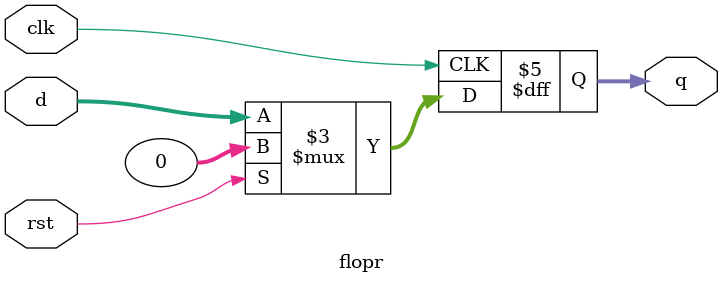
<source format=v>
`timescale 1ns / 1ps

module flopr #(
    parameter WIDTH = 32
) (
    input clk,
    input rst,

    input [WIDTH-1:0] d,
    output reg [WIDTH-1:0] q
);
  always @(posedge clk) begin
    if (rst) begin
      q <= 0;
    end else begin
      q <= d;
    end
  end
endmodule

</source>
